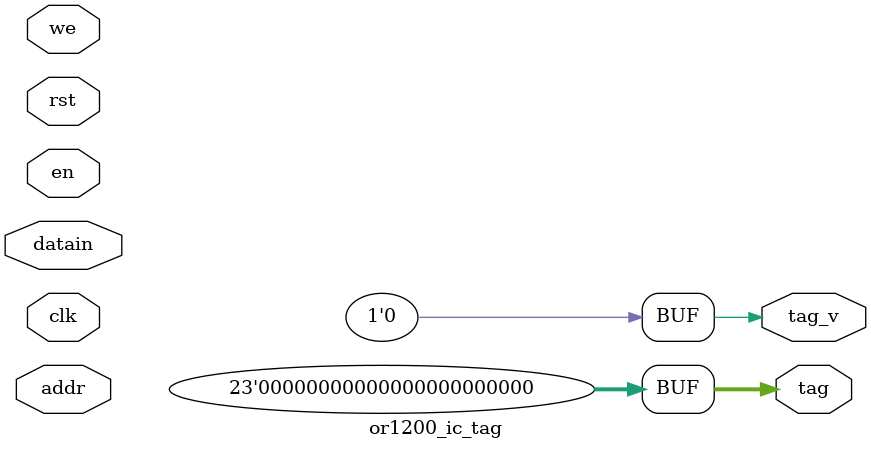
<source format=v>

`timescale 1ps/1ps
// synopsys translate_on
//////////////////////////////////////////////////////////////////////
////                                                              ////
////  OR1200's definitions                                        ////
////                                                              ////
////  This file is part of the OpenRISC 1200 project              ////
////  http://opencores.org/project,or1k                           ////
////                                                              ////
////  Description                                                 ////
////  Defines for the OR1200 core                                 ////
////                                                              ////
////  To Do:                                                      ////
////   - add parameters that are missing                          ////
////                                                              ////
////  Author(s):                                                  ////
////      - Damjan Lampret, lampret@opencores.org                 ////
////                                                              ////
//////////////////////////////////////////////////////////////////////
////                                                              ////
//// Copyright (C) 2000 Authors and OPENCORES.ORG                 ////
////                                                              ////
//// This source file may be used and distributed without         ////
//// restriction provided that this copyright statement is not    ////
//// removed from the file and that any derivative work contains  ////
//// the original copyright notice and the associated disclaimer. ////
////                                                              ////
//// This source file is free software; you can redistribute it   ////
//// and/or modify it under the terms of the GNU Lesser General   ////
//// Public License as published by the Free Software Foundation; ////
//// either version 2.1 of the License, or (at your option) any   ////
//// later version.                                               ////
////                                                              ////
//// This source is distributed in the hope that it will be       ////
//// useful, but WITHOUT ANY WARRANTY; without even the implied   ////
//// warranty of MERCHANTABILITY or FITNESS FOR A PARTICULAR      ////
//// PURPOSE.  See the GNU Lesser General Public License for more ////
//// details.                                                     ////
////                                                              ////
//// You should have received a copy of the GNU Lesser General    ////
//// Public License along with this source; if not, download it   ////
//// from http://www.opencores.org/lgpl.shtml                     ////
////                                                              ////
//////////////////////////////////////////////////////////////////////
//
// $Log: or1200_defines.v,v $
// Revision 2.0  2010/06/30 11:00:00  ORSoC
// Minor update: 
// Defines added, bugs fixed. 

//
// Dump VCD
//
//`define OR1200_VCD_DUMP

//
// Generate debug messages during simulation
//
//`define OR1200_VERBOSE

////////////////////////////////////////////////////////
//
// Typical configuration for an ASIC
//

//
// Target ASIC memories
//
//`define OR1200_ARTISAN_SSP
//`define OR1200_ARTISAN_SDP
//`define OR1200_ARTISAN_STP
//`define OR1200_VIRTUALSILICON_SSP
//`define OR1200_VIRTUALSILICON_STP_T1
//`define OR1200_VIRTUALSILICON_STP_T2

//
// Do not implement Data cache
//

//
// Do not implement Insn cache
//

//
// Do not implement Data MMU
//
//`define OR1200_NO_DMMU

//
// Do not implement Insn MMU
//
//`define OR1200_NO_IMMU

//
// Select between ASIC optimized and generic multiplier
//
//`define OR1200_GENERIC_MULTP2_32X32

//
// Size/type of insn/data cache if implemented
//
// `define OR1200_IC_1W_4KB
// `define OR1200_IC_1W_8KB
// `define OR1200_DC_1W_8KB



//////////////////////////////////////////////////////////
//
// Do not change below unless you know what you are doing
//

//
// Reset active low
//
//`define OR1200_RST_ACT_LOW

//
// Enable RAM BIST
//
// At the moment this only works for Virtual Silicon
// single port RAMs. For other RAMs it has not effect.
// Special wrapper for VS RAMs needs to be provided
// with scan flops to facilitate bist scan.
//
//`define OR1200_BIST

//
// Register OR1200 WISHBONE outputs
// (must be defined/enabled)
//

//
// Register OR1200 WISHBONE inputs
//
// (must be undefined/disabled)
//
//`define OR1200_REGISTERED_INPUTS

//
// Disable bursts if they are not supported by the
// memory subsystem (only affect cache line fill)
//
//`define OR1200_NO_BURSTS
//

//
// WISHBONE retry counter range
//
// 2^value range for retry counter. Retry counter
// is activated whenever *wb_rty_i is asserted and
// until retry counter expires, corresponding
// WISHBONE interface is deactivated.
//
// To disable retry counters and *wb_rty_i all together,
// undefine this macro.
//
//`define OR1200_WB_RETRY 7

//
// WISHBONE Consecutive Address Burst
//
// This was used prior to WISHBONE B3 specification
// to identify bursts. It is no longer needed but
// remains enabled for compatibility with old designs.
//
// To remove *wb_cab_o ports undefine this macro.
//
//`define OR1200_WB_CAB

//
// WISHBONE B3 compatible interface
//
// This follows the WISHBONE B3 specification.
// It is not enabled by default because most
// designs still don't use WB b3.
//
// To enable *wb_cti_o/*wb_bte_o ports,
// define this macro.
//

//
// LOG all WISHBONE accesses
//

//
// Enable additional synthesis directives if using
// _Synopsys_ synthesis tool
//
//`define OR1200_ADDITIONAL_SYNOPSYS_DIRECTIVES

//
// Enables default statement in some case blocks
// and disables Synopsys synthesis directive full_case
//
// By default it is enabled. When disabled it
// can increase clock frequency.
//

//
// Operand width / register file address width
//
// (DO NOT CHANGE)
//

//
// l.add/l.addi/l.and and optional l.addc/l.addic
// also set (compare) flag when result of their
// operation equals zero
//
// At the time of writing this, default or32
// C/C++ compiler doesn't generate code that
// would benefit from this optimization.
//
// By default this optimization is disabled to
// save area.
//
//`define OR1200_ADDITIONAL_FLAG_MODIFIERS

//
// Implement l.addc/l.addic instructions
//
// By default implementation of l.addc/l.addic
// instructions is enabled in case you need them.
// If you don't use them, then disable implementation
// to save area.
//

//
// Implement l.sub instruction
//
// By default implementation of l.sub instructions
// is enabled to be compliant with the simulator.
// If you don't use carry bit, then disable
// implementation to save area.
//

//
// Implement carry bit SR[CY]
//
//
// By default implementation of SR[CY] is enabled
// to be compliant with the simulator. However SR[CY]
// is explicitly only used by l.addc/l.addic/l.sub
// instructions and if these three insns are not
// implemented there is not much point having SR[CY].
//

//
// Implement carry bit SR[OV]
//
// Compiler doesn't use this, but other code may like
// to.
//

//
// Implement carry bit SR[OVE]
//
// Overflow interrupt indicator. When enabled, SR[OV] flag
// does not remain asserted after exception.
//


//
// Implement rotate in the ALU
//
// At the time of writing this, or32
// C/C++ compiler doesn't generate rotate
// instructions. However or32 assembler
// can assemble code that uses rotate insn.
// This means that rotate instructions
// must be used manually inserted.
//
// By default implementation of rotate
// is disabled to save area and increase
// clock frequency.
//
//`define OR1200_IMPL_ALU_ROTATE

//
// Type of ALU compare to implement
//
// Try to find which synthesizes with
// most efficient logic use or highest speed.
//
//`define OR1200_IMPL_ALU_COMP1
//`define OR1200_IMPL_ALU_COMP2

//
// Implement Find First/Last '1'
//

//
// Implement l.cust5 ALU instruction
//
//`define OR1200_IMPL_ALU_CUST5

//
// Implement l.extXs and l.extXz instructions
//

//
// Implement multiplier
//
// By default multiplier is implemented
//

//
// Implement multiply-and-accumulate
//
// By default MAC is implemented. To
// implement MAC, multiplier (non-serial) needs to be
// implemented.
//
//`define OR1200_MAC_IMPLEMENTED

//
// Implement optional l.div/l.divu instructions
//
// By default divide instructions are not implemented
// to save area.
//
//

//
// Serial multiplier.
//
//`define OR1200_MULT_SERIAL

//
// Serial divider.
// Uncomment to use a serial divider, otherwise will
// be a generic parallel implementation.
//

//
// Implement HW Single Precision FPU
//
//`define OR1200_FPU_IMPLEMENTED

//
// Clock ratio RISC clock versus WB clock
//
// If you plan to run WB:RISC clock fixed to 1:1, disable
// both defines
//
// For WB:RISC 1:2 or 1:1, enable OR1200_CLKDIV_2_SUPPORTED
// and use clmode to set ratio
//
// For WB:RISC 1:4, 1:2 or 1:1, enable both defines and use
// clmode to set ratio
//
//`define OR1200_CLKDIV_2_SUPPORTED
//`define OR1200_CLKDIV_4_SUPPORTED

//
// Type of register file RAM
//
// Memory macro w/ two ports (see or1200_tpram_32x32.v)
//`define OR1200_RFRAM_TWOPORT
//
// Memory macro dual port (see or1200_dpram.v)

//
// Generic (flip-flop based) register file (see or1200_rfram_generic.v)
//`define OR1200_RFRAM_GENERIC
//  Generic register file supports - 16 registers 

//
// Type of mem2reg aligner to implement.
//
// Once OR1200_IMPL_MEM2REG2 yielded faster
// circuit, however with today tools it will
// most probably give you slower circuit.
//
//`define OR1200_IMPL_MEM2REG2

//
// Reset value and event
//
    
//
// ALUOPs
//
/* LS-nibble encodings correspond to bits [3:0] of instruction */

/* Values sent to ALU from decode unit - not defined by ISA */

// ALU instructions second opcode field

//
// MACOPs
//

//
// Shift/rotate ops
//

//
// Zero/Sign Extend ops
//

// Execution cycles per instruction

// Execution control which will "wait on" a module to finish


// Operand MUX selects

//
// BRANCHOPs
//

//
// LSUOPs
//
// Bit 0: sign extend
// Bits 1-2: 00 doubleword, 01 byte, 10 halfword, 11 singleword
// Bit 3: 0 load, 1 store

// Number of bits of load/store EA precalculated in ID stage
// for balancing ID and EX stages.
//
// Valid range: 2,3,...,30,31

// FETCHOPs

//
// Register File Write-Back OPs
//
// Bit 0: register file write enable
// Bits 3-1: write-back mux selects
//

// Compare instructions

//
// FP OPs
//
// MSbit indicates FPU operation valid
//
// FPU unit from Usselman takes 5 cycles from decode, so 4 ex. cycles
// FP instruction is double precision if bit 4 is set. We're a 32-bit 
// implementation thus do not support double precision FP 
// FP Compare instructions

//
// TAGs for instruction bus
//

//
// TAGs for data bus
//


//////////////////////////////////////////////
//
// ORBIS32 ISA specifics
//

// SHROT_OP position in machine word

//
// Instruction opcode groups (basic)
//
/* */
/* */
/* */
/* */

/////////////////////////////////////////////////////
//
// Exceptions
//

//
// Exception vectors per OR1K architecture:
// 0xPPPPP100 - reset
// 0xPPPPP200 - bus error
// ... etc
// where P represents exception prefix.
//
// Exception vectors can be customized as per
// the following formula:
// 0xPPPPPNVV - exception N
//
// P represents exception prefix
// N represents exception N
// VV represents length of the individual vector space,
//   usually it is 8 bits wide and starts with all bits zero
//

//
// PPPPP and VV parts
//
// Sum of these two defines needs to be 28
//

//
// N part width
//

//
// Definition of exception vectors
//
// To avoid implementation of a certain exception,
// simply comment out corresponding line
//


/////////////////////////////////////////////////////
//
// SPR groups
//

// Bits that define the group

// Width of the group bits

// Bits that define offset inside the group

// List of groups

/////////////////////////////////////////////////////
//
// System group
//

//
// System registers
//

//
// SR bits
//

//
// Bits that define offset inside the group
//

//
// Default Exception Prefix
//
// 1'b0 - OR1200_EXCEPT_EPH0_P (0x0000_0000)
// 1'b1 - OR1200_EXCEPT_EPH1_P (0xF000_0000)
//


//
// FPCSR bits
//

/////////////////////////////////////////////////////
//
// Power Management (PM)
//

// Define it if you want PM implemented
//`define OR1200_PM_IMPLEMENTED

// Bit positions inside PMR (don't change)

// PMR offset inside PM group of registers

// PM group

// Define if PMR can be read/written at any address inside PM group

// Define if reading PMR is allowed

// Define if unused PMR bits should be zero


/////////////////////////////////////////////////////
//
// Debug Unit (DU)
//

// Define it if you want DU implemented

//
// Define if you want HW Breakpoints
// (if HW breakpoints are not implemented
// only default software trapping is
// possible with l.trap insn - this is
// however already enough for use
// with or32 gdb)
//
//`define OR1200_DU_HWBKPTS

// Number of DVR/DCR pairs if HW breakpoints enabled
//	Comment / uncomment DU_DVRn / DU_DCRn pairs bellow according to this number ! 
//	DU_DVR0..DU_DVR7 should be uncommented for 8 DU_DVRDCR_PAIRS 

// Define if you want trace buffer
//	(for now only available for Xilinx Virtex FPGAs)
//`define OR1200_DU_TB_IMPLEMENTED


//
// Address offsets of DU registers inside DU group
//
// To not implement a register, doq not define its address
//

// Position of offset bits inside SPR address

// DCR bits

// DMR1 bits

// DMR2 bits

// DWCR bits

// DSR bits

// DRR bits

// Define if reading DU regs is allowed

// Define if unused DU registers bits should be zero

// Define if IF/LSU status is not needed by devel i/f

/////////////////////////////////////////////////////
//
// Programmable Interrupt Controller (PIC)
//

// Define it if you want PIC implemented

// Define number of interrupt inputs (2-31)

// Address offsets of PIC registers inside PIC group

// Position of offset bits inside SPR address

// Define if you want these PIC registers to be implemented

// Define if reading PIC registers is allowed

// Define if unused PIC register bits should be zero


/////////////////////////////////////////////////////
//
// Tick Timer (TT)
//

// Define it if you want TT implemented

// Address offsets of TT registers inside TT group

// Position of offset bits inside SPR group

// Define if you want these TT registers to be implemented

// TTMR bits

// Define if reading TT registers is allowed


//////////////////////////////////////////////
//
// MAC
//

//
// Shift {MACHI,MACLO} into destination register when executing l.macrc
//
// According to architecture manual there is no shift, so default value is 0.
// However the implementation has deviated in this from the arch manual and had
// hard coded shift by 28 bits which is a useful optimization for MP3 decoding 
// (if using libmad fixed point library). Shifts are no longer default setup, 
// but if you need to remain backward compatible, define your shift bits, which
// were normally
// dest_GPR = {MACHI,MACLO}[59:28]


//////////////////////////////////////////////
//
// Data MMU (DMMU)
//

//
// Address that selects between TLB TR and MR
//

//
// DTLBMR fields
//

//
// DTLBTR fields
//

//
// DTLB configuration
//

//
// Cache inhibit while DMMU is not enabled/implemented
//
// cache inhibited 0GB-4GB		1'b1
// cache inhibited 0GB-2GB		!dcpu_adr_i[31]
// cache inhibited 0GB-1GB 2GB-3GB	!dcpu_adr_i[30]
// cache inhibited 1GB-2GB 3GB-4GB	dcpu_adr_i[30]
// cache inhibited 2GB-4GB (default)	dcpu_adr_i[31]
// cached 0GB-4GB			1'b0
//


//////////////////////////////////////////////
//
// Insn MMU (IMMU)
//

//
// Address that selects between TLB TR and MR
//

//
// ITLBMR fields
//

//
// ITLBTR fields
//

//
// ITLB configuration
//

//
// Cache inhibit while IMMU is not enabled/implemented
// Note: all combinations that use icpu_adr_i cause async loop
//
// cache inhibited 0GB-4GB		1'b1
// cache inhibited 0GB-2GB		!icpu_adr_i[31]
// cache inhibited 0GB-1GB 2GB-3GB	!icpu_adr_i[30]
// cache inhibited 1GB-2GB 3GB-4GB	icpu_adr_i[30]
// cache inhibited 2GB-4GB (default)	icpu_adr_i[31]
// cached 0GB-4GB			1'b0
//


/////////////////////////////////////////////////
//
// Insn cache (IC)
//

// 4 for 16 byte line, 5 for 32 byte lines.
 
//
// IC configurations
//


/////////////////////////////////////////////////
//
// Data cache (DC)
//

// 4 for 16 bytes, 5 for 32 bytes
 
// Define to enable default behavior of cache as write through
// Turning this off enabled write back statergy
//

// Define to enable stores from the stack not doing writethrough.
// EXPERIMENTAL
//`define OR1200_DC_NOSTACKWRITETHROUGH

// Data cache SPR definitions
// Data cache group SPR addresses

//
// DC configurations
//


/////////////////////////////////////////////////
//
// Store buffer (SB)
//

//
// Store buffer
//
// It will improve performance by "caching" CPU stores
// using store buffer. This is most important for function
// prologues because DC can only work in write though mode
// and all stores would have to complete external WB writes
// to memory.
// Store buffer is between DC and data BIU.
// All stores will be stored into store buffer and immediately
// completed by the CPU, even though actual external writes
// will be performed later. As a consequence store buffer masks
// all data bus errors related to stores (data bus errors
// related to loads are delivered normally).
// All pending CPU loads will wait until store buffer is empty to
// ensure strict memory model. Right now this is necessary because
// we don't make destinction between cached and cache inhibited
// address space, so we simply empty store buffer until loads
// can begin.
//
// It makes design a bit bigger, depending what is the number of
// entries in SB FIFO. Number of entries can be changed further
// down.
//
//`define OR1200_SB_IMPLEMENTED

//
// Number of store buffer entries
//
// Verified number of entries are 4 and 8 entries
// (2 and 3 for OR1200_SB_LOG). OR1200_SB_ENTRIES must
// always match 2**OR1200_SB_LOG.
// To disable store buffer, undefine
// OR1200_SB_IMPLEMENTED.
//


/////////////////////////////////////////////////
//
// Quick Embedded Memory (QMEM)
//

//
// Quick Embedded Memory
//
// Instantiation of dedicated insn/data memory (RAM or ROM).
// Insn fetch has effective throughput 1insn / clock cycle.
// Data load takes two clock cycles / access, data store
// takes 1 clock cycle / access (if there is no insn fetch)).
// Memory instantiation is shared between insn and data,
// meaning if insn fetch are performed, data load/store
// performance will be lower.
//
// Main reason for QMEM is to put some time critical functions
// into this memory and to have predictable and fast access
// to these functions. (soft fpu, context switch, exception
// handlers, stack, etc)
//
// It makes design a bit bigger and slower. QMEM sits behind
// IMMU/DMMU so all addresses are physical (so the MMUs can be
// used with QMEM and QMEM is seen by the CPU just like any other
// memory in the system). IC/DC are sitting behind QMEM so the
// whole design timing might be worse with QMEM implemented.
//
//`define OR1200_QMEM_IMPLEMENTED

//
// Base address and mask of QMEM
//
// Base address defines first address of QMEM. Mask defines
// QMEM range in address space. Actual size of QMEM is however
// determined with instantiated RAM/ROM. However bigger
// mask will reserve more address space for QMEM, but also
// make design faster, while more tight mask will take
// less address space but also make design slower. If
// instantiated RAM/ROM is smaller than space reserved with
// the mask, instatiated RAM/ROM will also be shadowed
// at higher addresses in reserved space.
//

//
// QMEM interface byte-select capability
//
// To enable qmem_sel* ports, define this macro.
//
//`define OR1200_QMEM_BSEL

//
// QMEM interface acknowledge
//
// To enable qmem_ack port, define this macro.
//
//`define OR1200_QMEM_ACK

/////////////////////////////////////////////////////
//
// VR, UPR and Configuration Registers
//
//
// VR, UPR and configuration registers are optional. If 
// implemented, operating system can automatically figure
// out how to use the processor because it knows 
// what units are available in the processor and how they
// are configured.
//
// This section must be last in or1200_defines.v file so
// that all units are already configured and thus
// configuration registers are properly set.
// 

// Define if you want configuration registers implemented

// Define if you want full address decode inside SYS group

// Offsets of VR, UPR and CFGR registers

// VR fields

// VR values

// UPR fields

// UPR values

// CPUCFGR fields

// CPUCFGR values
     

// DMMUCFGR fields

// DMMUCFGR values

// IMMUCFGR fields

// IMMUCFGR values

// DCCFGR fields

// DCCFGR values

// ICCFGR fields

// ICCFGR values

// DCFGR fields

// DCFGR values

///////////////////////////////////////////////////////////////////////////////
// Boot Address Selection                                                    //
//                                                                           //
// Allows a definable boot address, potentially different to the usual reset //
// vector to allow for power-on code to be run, if desired.                  //
//                                                                           //
// OR1200_BOOT_ADR should be the 32-bit address of the boot location         //
//                                                                           //
// For default reset behavior uncomment the settings under the "Boot 0x100"  //
// comment below.                                                            //
//                                                                           //
///////////////////////////////////////////////////////////////////////////////
// Boot from 0xf0000100
//`define OR1200_BOOT_ADR 32'hf0000100
// Boot from 0x100
 
module or1200_ic_tag(
	// Clock and reset
	clk, rst,


	// Internal i/f
	addr, en, we, datain, tag_v, tag
);

parameter dw = 24;
parameter aw = 9                       -4 ;

//
// I/O
//

//
// Clock and reset
//
input				clk;
input				rst;


//
// Internal i/f
//
input	[aw-1:0]		addr;
input				en;
input				we;
input	[dw-1:0]		datain;
output				tag_v;
output	[dw-2:0]		tag;


//
// Insn cache not implemented
//
assign tag = {dw-1{1'b0}};
assign tag_v = 1'b0;


endmodule

</source>
